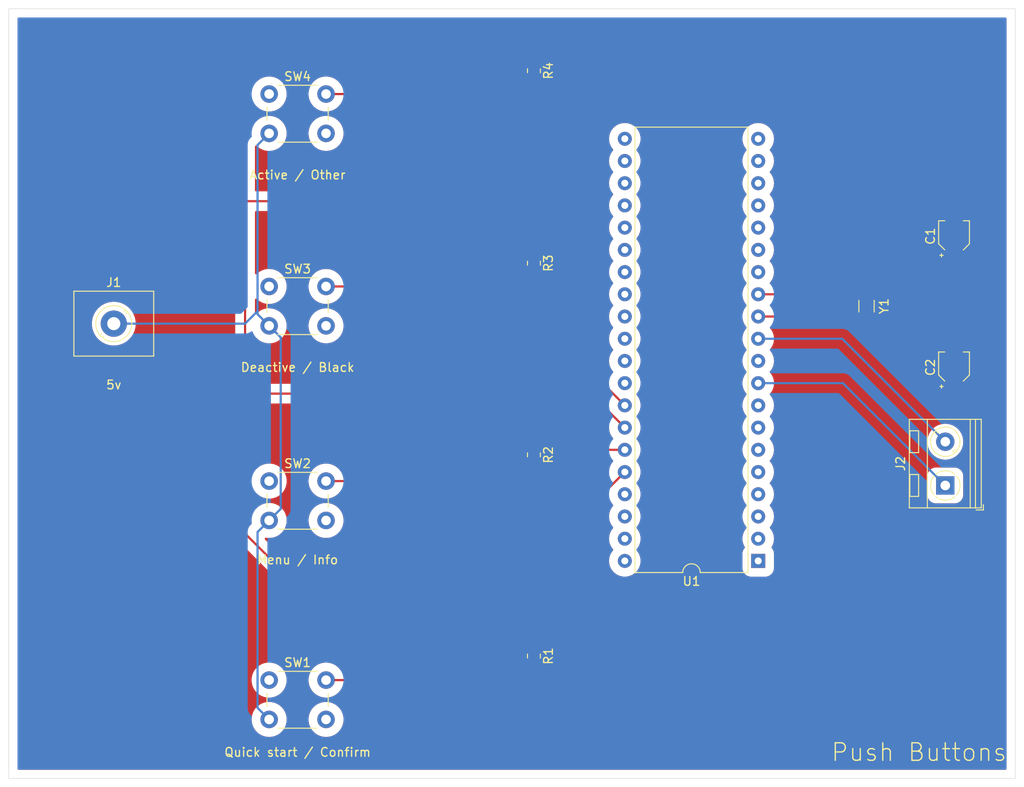
<source format=kicad_pcb>
(kicad_pcb (version 20211014) (generator pcbnew)
  (layers (0 "F.Cu" signal) (31 "B.Cu" signal) (34 "B.Paste" user) (35 "F.Paste" user) (36 "B.SilkS" user "B.Silkscreen") (37 "F.SilkS" user "F.Silkscreen") (38 "B.Mask" user) (39 "F.Mask" user) (44 "Edge.Cuts" user))
  (net 0 "")
  (net 1 "Net-(C1-Pad1)")
  (net 2 "GND")
  (net 3 "Net-(C2-Pad2)")
  (net 4 "Net-(J1-Pad1)")
  (net 5 "Net-(J2-Pad1)")
  (net 6 "Net-(J2-Pad2)")
  (net 7 "Net-(R1-Pad2)")
  (net 8 "Net-(R2-Pad2)")
  (net 9 "Net-(R3-Pad2)")
  (net 10 "Net-(R4-Pad2)")
  (footprint "Package_DIP:DIP-40_W15.24mm" (layer "F.Cu") (at 175.625 100.125 180)
    (fp_text reference "U1" (at 7.62 -2.33) (layer "F.SilkS"))
    (fp_text value "ATmega32-16P")
    (fp_line (start 14.08 -1.33) (end 8.62 -1.33) (layer "F.SilkS") (width 0.12))
    (fp_line (start 14.08 49.59) (end 14.08 -1.33) (layer "F.SilkS") (width 0.12))
    (fp_line (start 6.62 -1.33) (end 1.16 -1.33) (layer "F.SilkS") (width 0.12))
    (fp_line (start 1.16 49.59) (end 14.08 49.59) (layer "F.SilkS") (width 0.12))
    (fp_line (start 1.16 -1.33) (end 1.16 49.59) (layer "F.SilkS") (width 0.12))
    (fp_arc (start 8.62 -1.33) (mid 7.62 -0.33) (end 6.62 -1.33) (layer "F.SilkS") (width 0.12))
    (pad "1" thru_hole rect (at 0 0 180) (size 1.6 1.6) (drill 0.8) (layers *.Cu *.Mask))
    (pad "2" thru_hole oval (at 0 2.54 180) (size 1.6 1.6) (drill 0.8) (layers *.Cu *.Mask))
    (pad "3" thru_hole oval (at 0 5.08 180) (size 1.6 1.6) (drill 0.8) (layers *.Cu *.Mask))
    (pad "4" thru_hole oval (at 0 7.62 180) (size 1.6 1.6) (drill 0.8) (layers *.Cu *.Mask))
    (pad "5" thru_hole oval (at 0 10.16 180) (size 1.6 1.6) (drill 0.8) (layers *.Cu *.Mask))
    (pad "6" thru_hole oval (at 0 12.7 180) (size 1.6 1.6) (drill 0.8) (layers *.Cu *.Mask))
    (pad "7" thru_hole oval (at 0 15.24 180) (size 1.6 1.6) (drill 0.8) (layers *.Cu *.Mask))
    (pad "8" thru_hole oval (at 0 17.78 180) (size 1.6 1.6) (drill 0.8) (layers *.Cu *.Mask))
    (pad "9" thru_hole oval (at 0 20.32 180) (size 1.6 1.6) (drill 0.8) (layers *.Cu *.Mask) (net 5 "Net-(J2-Pad1)"))
    (pad "10" thru_hole oval (at 0 22.86 180) (size 1.6 1.6) (drill 0.8) (layers *.Cu *.Mask))
    (pad "11" thru_hole oval (at 0 25.4 180) (size 1.6 1.6) (drill 0.8) (layers *.Cu *.Mask) (net 6 "Net-(J2-Pad2)"))
    (pad "12" thru_hole oval (at 0 27.94 180) (size 1.6 1.6) (drill 0.8) (layers *.Cu *.Mask) (net 3 "Net-(C2-Pad2)"))
    (pad "13" thru_hole oval (at 0 30.48 180) (size 1.6 1.6) (drill 0.8) (layers *.Cu *.Mask) (net 1 "Net-(C1-Pad1)"))
    (pad "14" thru_hole oval (at 0 33.02 180) (size 1.6 1.6) (drill 0.8) (layers *.Cu *.Mask))
    (pad "15" thru_hole oval (at 0 35.56 180) (size 1.6 1.6) (drill 0.8) (layers *.Cu *.Mask))
    (pad "16" thru_hole oval (at 0 38.1 180) (size 1.6 1.6) (drill 0.8) (layers *.Cu *.Mask))
    (pad "17" thru_hole oval (at 0 40.64 180) (size 1.6 1.6) (drill 0.8) (layers *.Cu *.Mask))
    (pad "18" thru_hole oval (at 0 43.18 180) (size 1.6 1.6) (drill 0.8) (layers *.Cu *.Mask))
    (pad "19" thru_hole oval (at 0 45.72 180) (size 1.6 1.6) (drill 0.8) (layers *.Cu *.Mask))
    (pad "20" thru_hole oval (at 0 48.26 180) (size 1.6 1.6) (drill 0.8) (layers *.Cu *.Mask))
    (pad "21" thru_hole oval (at 15.24 48.26 180) (size 1.6 1.6) (drill 0.8) (layers *.Cu *.Mask))
    (pad "22" thru_hole oval (at 15.24 45.72 180) (size 1.6 1.6) (drill 0.8) (layers *.Cu *.Mask))
    (pad "23" thru_hole oval (at 15.24 43.18 180) (size 1.6 1.6) (drill 0.8) (layers *.Cu *.Mask))
    (pad "24" thru_hole oval (at 15.24 40.64 180) (size 1.6 1.6) (drill 0.8) (layers *.Cu *.Mask))
    (pad "25" thru_hole oval (at 15.24 38.1 180) (size 1.6 1.6) (drill 0.8) (layers *.Cu *.Mask))
    (pad "26" thru_hole oval (at 15.24 35.56 180) (size 1.6 1.6) (drill 0.8) (layers *.Cu *.Mask))
    (pad "27" thru_hole oval (at 15.24 33.02 180) (size 1.6 1.6) (drill 0.8) (layers *.Cu *.Mask))
    (pad "28" thru_hole oval (at 15.24 30.48 180) (size 1.6 1.6) (drill 0.8) (layers *.Cu *.Mask))
    (pad "29" thru_hole oval (at 15.24 27.94 180) (size 1.6 1.6) (drill 0.8) (layers *.Cu *.Mask))
    (pad "30" thru_hole oval (at 15.24 25.4 180) (size 1.6 1.6) (drill 0.8) (layers *.Cu *.Mask))
    (pad "31" thru_hole oval (at 15.24 22.86 180) (size 1.6 1.6) (drill 0.8) (layers *.Cu *.Mask) (net 6 "Net-(J2-Pad2)"))
    (pad "32" thru_hole oval (at 15.24 20.32 180) (size 1.6 1.6) (drill 0.8) (layers *.Cu *.Mask))
    (pad "33" thru_hole oval (at 15.24 17.78 180) (size 1.6 1.6) (drill 0.8) (layers *.Cu *.Mask) (net 10 "Net-(R4-Pad2)"))
    (pad "34" thru_hole oval (at 15.24 15.24 180) (size 1.6 1.6) (drill 0.8) (layers *.Cu *.Mask) (net 9 "Net-(R3-Pad2)"))
    (pad "35" thru_hole oval (at 15.24 12.7 180) (size 1.6 1.6) (drill 0.8) (layers *.Cu *.Mask) (net 8 "Net-(R2-Pad2)"))
    (pad "36" thru_hole oval (at 15.24 10.16 180) (size 1.6 1.6) (drill 0.8) (layers *.Cu *.Mask) (net 7 "Net-(R1-Pad2)"))
    (pad "37" thru_hole oval (at 15.24 7.62 180) (size 1.6 1.6) (drill 0.8) (layers *.Cu *.Mask))
    (pad "38" thru_hole oval (at 15.24 5.08 180) (size 1.6 1.6) (drill 0.8) (layers *.Cu *.Mask))
    (pad "39" thru_hole oval (at 15.24 2.54 180) (size 1.6 1.6) (drill 0.8) (layers *.Cu *.Mask))
    (pad "40" thru_hole oval (at 15.24 0 180) (size 1.6 1.6) (drill 0.8) (layers *.Cu *.Mask))
  )
  (footprint "Resistor_SMD:R_0805_2012Metric" (layer "F.Cu") (at 150 88 -90)
    (fp_text reference "R2" (at 0 -1.65 90) (layer "F.SilkS"))
    (fp_text value "R_10K")
    (fp_line (start -0.227064 -0.735) (end 0.227064 -0.735) (layer "F.SilkS") (width 0.12))
    (fp_line (start -0.227064 0.735) (end 0.227064 0.735) (layer "F.SilkS") (width 0.12))
    (pad "1" smd roundrect (at -0.9125 0 270) (size 1.025 1.4) (layers "F.Cu" "F.Paste" "F.Mask") (roundrect_rratio 0.243902) (net 2 "GND"))
    (pad "2" smd roundrect (at 0.9125 0 270) (size 1.025 1.4) (layers "F.Cu" "F.Paste" "F.Mask") (roundrect_rratio 0.243902) (net 8 "Net-(R2-Pad2)"))
  )
  (footprint "TerminalBlock_MetzConnect:TerminalBlock_MetzConnect_360271_1x01_Horizontal_ScrewM3.0_Boxed" (layer "F.Cu") (at 102 73)
    (fp_text reference "J1" (at 0 -4.71) (layer "F.SilkS"))
    (fp_text value "Screw_Terminal_01x01")
    (fp_line (start -1.376 1.124) (end -1.563 1.311) (layer "F.SilkS") (width 0.12))
    (fp_line (start -1.168 1.419) (end -1.312 1.563) (layer "F.SilkS") (width 0.12))
    (fp_line (start 1.563 -1.311) (end 1.376 -1.125) (layer "F.SilkS") (width 0.12))
    (fp_line (start -4.56 3.71) (end 4.56 3.71) (layer "F.SilkS") (width 0.12))
    (fp_line (start -4.56 -3.71) (end 4.56 -3.71) (layer "F.SilkS") (width 0.12))
    (fp_line (start 4.56 -3.71) (end 4.56 3.71) (layer "F.SilkS") (width 0.12))
    (fp_line (start 1.312 -1.563) (end 1.168 -1.419) (layer "F.SilkS") (width 0.12))
    (fp_line (start -4.56 -3.71) (end -4.56 3.71) (layer "F.SilkS") (width 0.12))
    (fp_circle (center 0 0) (end 2.06 0) (layer "F.SilkS") (width 0.12) (fill none))
    (pad "1" thru_hole circle (at 0 0) (size 3 3) (drill 1.5) (layers *.Cu *.Mask) (net 4 "Net-(J1-Pad1)"))
  )
  (footprint "Resistor_SMD:R_0805_2012Metric" (layer "F.Cu") (at 150 111 -90)
    (fp_text reference "R1" (at 0 -1.65 90) (layer "F.SilkS"))
    (fp_text value "R_10K")
    (fp_line (start -0.227064 0.735) (end 0.227064 0.735) (layer "F.SilkS") (width 0.12))
    (fp_line (start -0.227064 -0.735) (end 0.227064 -0.735) (layer "F.SilkS") (width 0.12))
    (pad "1" smd roundrect (at -0.9125 0 270) (size 1.025 1.4) (layers "F.Cu" "F.Paste" "F.Mask") (roundrect_rratio 0.243902) (net 2 "GND"))
    (pad "2" smd roundrect (at 0.9125 0 270) (size 1.025 1.4) (layers "F.Cu" "F.Paste" "F.Mask") (roundrect_rratio 0.243902) (net 7 "Net-(R1-Pad2)"))
  )
  (footprint "Crystal:Crystal_SMD_3215-2Pin_3.2x1.5mm" (layer "F.Cu") (at 188 71 -90)
    (fp_text reference "Y1" (at 0 -2 90) (layer "F.SilkS"))
    (fp_text value "Crystal")
    (fp_line (start -0.675 0.875) (end 0.675 0.875) (layer "F.SilkS") (width 0.12))
    (fp_line (start -0.675 -0.875) (end 0.675 -0.875) (layer "F.SilkS") (width 0.12))
    (pad "1" smd rect (at 1.25 0 270) (size 1 1.8) (layers "F.Cu" "F.Paste" "F.Mask") (net 3 "Net-(C2-Pad2)"))
    (pad "2" smd rect (at -1.25 0 270) (size 1 1.8) (layers "F.Cu" "F.Paste" "F.Mask") (net 1 "Net-(C1-Pad1)"))
  )
  (footprint "Button_Switch_THT:SW_PUSH_6mm" (layer "F.Cu") (at 119.75 46.75)
    (fp_text reference "SW4" (at 3.25 -2) (layer "F.SilkS"))
    (fp_text value "SW_Push")
    (fp_line (start -0.25 1.5) (end -0.25 3) (layer "F.SilkS") (width 0.12))
    (fp_line (start 5.5 -1) (end 1 -1) (layer "F.SilkS") (width 0.12))
    (fp_line (start 1 5.5) (end 5.5 5.5) (layer "F.SilkS") (width 0.12))
    (fp_line (start 6.75 3) (end 6.75 1.5) (layer "F.SilkS") (width 0.12))
    (pad "1" thru_hole circle (at 6.5 0 90) (size 2 2) (drill 1.1) (layers *.Cu *.Mask) (net 10 "Net-(R4-Pad2)"))
    (pad "1" thru_hole circle (at 0 0 90) (size 2 2) (drill 1.1) (layers *.Cu *.Mask) (net 10 "Net-(R4-Pad2)"))
    (pad "2" thru_hole circle (at 0 4.5 90) (size 2 2) (drill 1.1) (layers *.Cu *.Mask) (net 4 "Net-(J1-Pad1)"))
    (pad "2" thru_hole circle (at 6.5 4.5 90) (size 2 2) (drill 1.1) (layers *.Cu *.Mask) (net 4 "Net-(J1-Pad1)"))
  )
  (footprint "Button_Switch_THT:SW_PUSH_6mm" (layer "F.Cu") (at 119.75 91)
    (fp_text reference "SW2" (at 3.25 -2) (layer "F.SilkS"))
    (fp_text value "SW_Push")
    (fp_line (start 1 5.5) (end 5.5 5.5) (layer "F.SilkS") (width 0.12))
    (fp_line (start 6.75 3) (end 6.75 1.5) (layer "F.SilkS") (width 0.12))
    (fp_line (start -0.25 1.5) (end -0.25 3) (layer "F.SilkS") (width 0.12))
    (fp_line (start 5.5 -1) (end 1 -1) (layer "F.SilkS") (width 0.12))
    (pad "1" thru_hole circle (at 6.5 0 90) (size 2 2) (drill 1.1) (layers *.Cu *.Mask) (net 8 "Net-(R2-Pad2)"))
    (pad "1" thru_hole circle (at 0 0 90) (size 2 2) (drill 1.1) (layers *.Cu *.Mask) (net 8 "Net-(R2-Pad2)"))
    (pad "2" thru_hole circle (at 0 4.5 90) (size 2 2) (drill 1.1) (layers *.Cu *.Mask) (net 4 "Net-(J1-Pad1)"))
    (pad "2" thru_hole circle (at 6.5 4.5 90) (size 2 2) (drill 1.1) (layers *.Cu *.Mask) (net 4 "Net-(J1-Pad1)"))
  )
  (footprint "Button_Switch_THT:SW_PUSH_6mm" (layer "F.Cu") (at 119.75 68.75)
    (fp_text reference "SW3" (at 3.25 -2) (layer "F.SilkS"))
    (fp_text value "SW_Push")
    (fp_line (start 1 5.5) (end 5.5 5.5) (layer "F.SilkS") (width 0.12))
    (fp_line (start 6.75 3) (end 6.75 1.5) (layer "F.SilkS") (width 0.12))
    (fp_line (start 5.5 -1) (end 1 -1) (layer "F.SilkS") (width 0.12))
    (fp_line (start -0.25 1.5) (end -0.25 3) (layer "F.SilkS") (width 0.12))
    (pad "1" thru_hole circle (at 0 0 90) (size 2 2) (drill 1.1) (layers *.Cu *.Mask) (net 9 "Net-(R3-Pad2)"))
    (pad "1" thru_hole circle (at 6.5 0 90) (size 2 2) (drill 1.1) (layers *.Cu *.Mask) (net 9 "Net-(R3-Pad2)"))
    (pad "2" thru_hole circle (at 6.5 4.5 90) (size 2 2) (drill 1.1) (layers *.Cu *.Mask) (net 4 "Net-(J1-Pad1)"))
    (pad "2" thru_hole circle (at 0 4.5 90) (size 2 2) (drill 1.1) (layers *.Cu *.Mask) (net 4 "Net-(J1-Pad1)"))
  )
  (footprint "Resistor_SMD:R_0805_2012Metric" (layer "F.Cu") (at 150 44.0875 -90)
    (fp_text reference "R4" (at 0 -1.65 90) (layer "F.SilkS"))
    (fp_text value "R_10K")
    (fp_line (start -0.227064 -0.735) (end 0.227064 -0.735) (layer "F.SilkS") (width 0.12))
    (fp_line (start -0.227064 0.735) (end 0.227064 0.735) (layer "F.SilkS") (width 0.12))
    (pad "1" smd roundrect (at -0.9125 0 270) (size 1.025 1.4) (layers "F.Cu" "F.Paste" "F.Mask") (roundrect_rratio 0.243902) (net 2 "GND"))
    (pad "2" smd roundrect (at 0.9125 0 270) (size 1.025 1.4) (layers "F.Cu" "F.Paste" "F.Mask") (roundrect_rratio 0.243902) (net 10 "Net-(R4-Pad2)"))
  )
  (footprint "TerminalBlock_RND:TerminalBlock_RND_205-00045_1x02_P5.00mm_Horizontal" (layer "F.Cu") (at 197 91.5 90)
    (fp_text reference "J2" (at 2.5 -5.11 90) (layer "F.SilkS"))
    (fp_text value "POWER")
    (fp_line (start -2.8 3.51) (end -2.8 4.35) (layer "F.SilkS") (width 0.12))
    (fp_line (start 6.07 -1.275) (end 5.859 -1.064) (layer "F.SilkS") (width 0.12))
    (fp_line (start -2.8 4.35) (end -2.2 4.35) (layer "F.SilkS") (width 0.12))
    (fp_line (start -2.56 -4.11) (end -2.56 4.11) (layer "F.SilkS") (width 0.12))
    (fp_line (start -1.25 -3.05) (end 1.25 -3.05) (layer "F.SilkS") (width 0.12))
    (fp_line (start -1.25 -4.05) (end -1.25 -3.05) (layer "F.SilkS") (width 0.12))
    (fp_line (start -2.56 3.45) (end 7.56 3.45) (layer "F.SilkS") (width 0.12))
    (fp_line (start -2.56 -4.11) (end 7.56 -4.11) (layer "F.SilkS") (width 0.12))
    (fp_line (start -2.56 2.85) (end 7.56 2.85) (layer "F.SilkS") (width 0.12))
    (fp_line (start 1.25 -4.05) (end 1.25 -3.05) (layer "F.SilkS") (width 0.12))
    (fp_line (start -2.56 4.11) (end 7.56 4.11) (layer "F.SilkS") (width 0.12))
    (fp_line (start 6.275 -1.069) (end 6.029 -0.823) (layer "F.SilkS") (width 0.12))
    (fp_line (start -1.25 -4.05) (end 1.25 -4.05) (layer "F.SilkS") (width 0.12))
    (fp_line (start 3.75 -4.05) (end 3.75 -3.05) (layer "F.SilkS") (width 0.12))
    (fp_line (start 3.972 0.823) (end 3.726 1.069) (layer "F.SilkS") (width 0.12))
    (fp_line (start 4.13 1.075) (end 3.931 1.274) (layer "F.SilkS") (width 0.12))
    (fp_line (start 6.25 -4.05) (end 6.25 -3.05) (layer "F.SilkS") (width 0.12))
    (fp_line (start 3.75 -3.05) (end 6.25 -3.05) (layer "F.SilkS") (width 0.12))
    (fp_line (start -2.56 -2.05) (end 7.56 -2.05) (layer "F.SilkS") (width 0.12))
    (fp_line (start 3.75 -4.05) (end 6.25 -4.05) (layer "F.SilkS") (width 0.12))
    (fp_line (start 7.56 -4.11) (end 7.56 4.11) (layer "F.SilkS") (width 0.12))
    (fp_arc (start -1.079908 -1.287078) (mid 0.00006 -1.68011) (end 1.08 -1.287) (layer "F.SilkS") (width 0.12))
    (fp_arc (start 1.287078 -1.079908) (mid 1.68011 0.00006) (end 1.287 1.08) (layer "F.SilkS") (width 0.12))
    (fp_arc (start -1.288062 1.079734) (mid -1.680752 -0.000826) (end -1.287 -1.081) (layer "F.SilkS") (width 0.12))
    (fp_arc (start 0.028507 1.680511) (mid -0.561826 1.584071) (end -1.081 1.287) (layer "F.SilkS") (width 0.12))
    (fp_arc (start 1.079883 1.286955) (mid 0.574594 1.578684) (end 0 1.68) (layer "F.SilkS") (width 0.12))
    (fp_circle (center 5 0) (end 6.68 0) (layer "F.SilkS") (width 0.12) (fill none))
    (pad "1" thru_hole rect (at 0 0 90) (size 2.1 2.1) (drill 1.1) (layers *.Cu *.Mask) (net 5 "Net-(J2-Pad1)"))
    (pad "2" thru_hole circle (at 5 0 90) (size 2.1 2.1) (drill 1.1) (layers *.Cu *.Mask) (net 6 "Net-(J2-Pad2)"))
  )
  (footprint "Capacitor_SMD:CP_Elec_3x5.3" (layer "F.Cu") (at 198 78 90)
    (fp_text reference "C2" (at 0 -2.7 90) (layer "F.SilkS"))
    (fp_text value "22UP")
    (fp_line (start 1.76 -1.76) (end 1.76 -1.06) (layer "F.SilkS") (width 0.12))
    (fp_line (start -1.570563 -1.06) (end -0.870563 -1.76) (layer "F.SilkS") (width 0.12))
    (fp_line (start 1.76 1.76) (end 1.76 1.06) (layer "F.SilkS") (width 0.12))
    (fp_line (start -0.870563 -1.76) (end 1.76 -1.76) (layer "F.SilkS") (width 0.12))
    (fp_line (start -2.375 -1.435) (end -2 -1.435) (layer "F.SilkS") (width 0.12))
    (fp_line (start -2.1875 -1.6225) (end -2.1875 -1.2475) (layer "F.SilkS") (width 0.12))
    (fp_line (start -0.870563 1.76) (end 1.76 1.76) (layer "F.SilkS") (width 0.12))
    (fp_line (start -1.570563 1.06) (end -0.870563 1.76) (layer "F.SilkS") (width 0.12))
    (pad "1" smd rect (at -1.5 0 90) (size 2.2 1.6) (layers "F.Cu" "F.Paste" "F.Mask") (net 2 "GND"))
    (pad "2" smd rect (at 1.5 0 90) (size 2.2 1.6) (layers "F.Cu" "F.Paste" "F.Mask") (net 3 "Net-(C2-Pad2)"))
  )
  (footprint "Button_Switch_THT:SW_PUSH_6mm" (layer "F.Cu") (at 119.75 113.75)
    (fp_text reference "SW1" (at 3.25 -2) (layer "F.SilkS"))
    (fp_text value "SW_Push")
    (fp_line (start 1 5.5) (end 5.5 5.5) (layer "F.SilkS") (width 0.12))
    (fp_line (start 6.75 3) (end 6.75 1.5) (layer "F.SilkS") (width 0.12))
    (fp_line (start -0.25 1.5) (end -0.25 3) (layer "F.SilkS") (width 0.12))
    (fp_line (start 5.5 -1) (end 1 -1) (layer "F.SilkS") (width 0.12))
    (pad "1" thru_hole circle (at 6.5 0 90) (size 2 2) (drill 1.1) (layers *.Cu *.Mask) (net 7 "Net-(R1-Pad2)"))
    (pad "1" thru_hole circle (at 0 0 90) (size 2 2) (drill 1.1) (layers *.Cu *.Mask) (net 7 "Net-(R1-Pad2)"))
    (pad "2" thru_hole circle (at 6.5 4.5 90) (size 2 2) (drill 1.1) (layers *.Cu *.Mask) (net 4 "Net-(J1-Pad1)"))
    (pad "2" thru_hole circle (at 0 4.5 90) (size 2 2) (drill 1.1) (layers *.Cu *.Mask) (net 4 "Net-(J1-Pad1)"))
  )
  (footprint "Capacitor_SMD:CP_Elec_3x5.3" (layer "F.Cu") (at 198 63 90)
    (fp_text reference "C1" (at 0 -2.7 90) (layer "F.SilkS"))
    (fp_text value "22UP")
    (fp_line (start -1.570563 1.06) (end -0.870563 1.76) (layer "F.SilkS") (width 0.12))
    (fp_line (start -0.870563 1.76) (end 1.76 1.76) (layer "F.SilkS") (width 0.12))
    (fp_line (start -0.870563 -1.76) (end 1.76 -1.76) (layer "F.SilkS") (width 0.12))
    (fp_line (start -2.1875 -1.6225) (end -2.1875 -1.2475) (layer "F.SilkS") (width 0.12))
    (fp_line (start -2.375 -1.435) (end -2 -1.435) (layer "F.SilkS") (width 0.12))
    (fp_line (start 1.76 -1.76) (end 1.76 -1.06) (layer "F.SilkS") (width 0.12))
    (fp_line (start 1.76 1.76) (end 1.76 1.06) (layer "F.SilkS") (width 0.12))
    (fp_line (start -1.570563 -1.06) (end -0.870563 -1.76) (layer "F.SilkS") (width 0.12))
    (pad "1" smd rect (at -1.5 0 90) (size 2.2 1.6) (layers "F.Cu" "F.Paste" "F.Mask") (net 1 "Net-(C1-Pad1)"))
    (pad "2" smd rect (at 1.5 0 90) (size 2.2 1.6) (layers "F.Cu" "F.Paste" "F.Mask") (net 2 "GND"))
  )
  (footprint "Resistor_SMD:R_0805_2012Metric" (layer "F.Cu") (at 150 66.0875 -90)
    (fp_text reference "R3" (at 0 -1.65 90) (layer "F.SilkS"))
    (fp_text value "R_10K")
    (fp_line (start -0.227064 0.735) (end 0.227064 0.735) (layer "F.SilkS") (width 0.12))
    (fp_line (start -0.227064 -0.735) (end 0.227064 -0.735) (layer "F.SilkS") (width 0.12))
    (pad "1" smd roundrect (at -0.9125 0 270) (size 1.025 1.4) (layers "F.Cu" "F.Paste" "F.Mask") (roundrect_rratio 0.243902) (net 2 "GND"))
    (pad "2" smd roundrect (at 0.9125 0 270) (size 1.025 1.4) (layers "F.Cu" "F.Paste" "F.Mask") (roundrect_rratio 0.243902) (net 9 "Net-(R3-Pad2)"))
  )
  (gr_rect (start 90 37) (end 205 125) (layer "Edge.Cuts") (width 0.05) (fill none))
  (gr_text "Quick start / Confirm" (at 123 122) (layer "F.SilkS") (effects (font (size 1 1))))
  (gr_text "Active / Other" (at 123 56) (layer "F.SilkS") (effects (font (size 1 1))))
  (gr_text "Menu / Info" (at 123 100) (layer "F.SilkS") (effects (font (size 1 1))))
  (gr_text "Push Buttons" (at 194 122) (layer "F.SilkS") (effects (font (size 2 2))))
  (gr_text "5v" (at 102 80) (layer "F.SilkS") (effects (font (size 1 1))))
  (gr_text "Deactive / Black" (at 123 78) (layer "F.SilkS") (effects (font (size 1 1))))
  (segment (start 193.25 64.5) (end 188 69.75) (width 0.25) (layer "F.Cu") (net 1))
  (segment (start 175.625 69.645) (end 187.895 69.645) (width 0.25) (layer "F.Cu") (net 1))
  (segment (start 187.895 69.645) (end 188 69.75) (width 0.25) (layer "F.Cu") (net 1))
  (segment (start 198 64.5) (end 193.25 64.5) (width 0.25) (layer "F.Cu") (net 1))
  (segment (start 130.0875 110.0875) (end 117 97) (width 0.25) (layer "F.Cu") (net 2))
  (segment (start 143.524993 59) (end 117 59) (width 0.25) (layer "F.Cu") (net 2))
  (segment (start 198 79.5) (end 199.124511 78.375489) (width 0.25) (layer "F.Cu") (net 2))
  (segment (start 143.9125 81) (end 117 81) (width 0.25) (layer "F.Cu") (net 2))
  (segment (start 148.825 42) (end 150 43.175) (width 0.25) (layer "F.Cu") (net 2))
  (segment (start 117 97) (end 117 81) (width 0.25) (layer "F.Cu") (net 2))
  (segment (start 119 42) (end 148.825 42) (width 0.25) (layer "F.Cu") (net 2))
  (segment (start 150 87.0875) (end 143.9125 81) (width 0.25) (layer "F.Cu") (net 2))
  (segment (start 199.124511 62.624511) (end 198 61.5) (width 0.25) (layer "F.Cu") (net 2))
  (segment (start 199.124511 78.375489) (end 199.124511 62.624511) (width 0.25) (layer "F.Cu") (net 2))
  (segment (start 151.02452 66.499527) (end 143.524993 59) (width 0.25) (layer "F.Cu") (net 2))
  (segment (start 150 110.0875) (end 130.0875 110.0875) (width 0.25) (layer "F.Cu") (net 2))
  (segment (start 117 59) (end 117 44) (width 0.25) (layer "F.Cu") (net 2))
  (segment (start 150 65.175) (end 151.02452 66.19952) (width 0.25) (layer "F.Cu") (net 2))
  (segment (start 179.675 43.175) (end 150 43.175) (width 0.25) (layer "F.Cu") (net 2))
  (segment (start 198 61.5) (end 179.675 43.175) (width 0.25) (layer "F.Cu") (net 2))
  (segment (start 117 44) (end 119 42) (width 0.25) (layer "F.Cu") (net 2))
  (segment (start 117 81) (end 117 59) (width 0.25) (layer "F.Cu") (net 2))
  (segment (start 151.02452 66.19952) (end 151.02452 66.499527) (width 0.25) (layer "F.Cu") (net 2))
  (segment (start 187.935 72.185) (end 188 72.25) (width 0.25) (layer "F.Cu") (net 3))
  (segment (start 198 76.5) (end 192.25 76.5) (width 0.25) (layer "F.Cu") (net 3))
  (segment (start 175.625 72.185) (end 187.935 72.185) (width 0.25) (layer "F.Cu") (net 3))
  (segment (start 192.25 76.5) (end 188 72.25) (width 0.25) (layer "F.Cu") (net 3))
  (segment (start 118.425489 116.925489) (end 118.425489 96.824511) (width 0.25) (layer "B.Cu") (net 4))
  (segment (start 118.425489 71.925489) (end 119.75 73.25) (width 0.25) (layer "B.Cu") (net 4))
  (segment (start 118.425489 96.824511) (end 119.75 95.5) (width 0.25) (layer "B.Cu") (net 4))
  (segment (start 117 73) (end 118.425489 71.574511) (width 0.25) (layer "B.Cu") (net 4))
  (segment (start 102 73) (end 117 73) (width 0.25) (layer "B.Cu") (net 4))
  (segment (start 119.75 51.25) (end 118.425489 52.574511) (width 0.25) (layer "B.Cu") (net 4))
  (segment (start 118.425489 71.574511) (end 118.425489 71.925489) (width 0.25) (layer "B.Cu") (net 4))
  (segment (start 118.425489 52.574511) (end 118.425489 71.574511) (width 0.25) (layer "B.Cu") (net 4))
  (segment (start 121.074511 74.574511) (end 121.074511 94.175489) (width 0.25) (layer "B.Cu") (net 4))
  (segment (start 119.75 73.25) (end 121.074511 74.574511) (width 0.25) (layer "B.Cu") (net 4))
  (segment (start 119.75 118.25) (end 118.425489 116.925489) (width 0.25) (layer "B.Cu") (net 4))
  (segment (start 121.074511 94.175489) (end 119.75 95.5) (width 0.25) (layer "B.Cu") (net 4))
  (segment (start 175.625 79.805) (end 185.305 79.805) (width 0.25) (layer "B.Cu") (net 5))
  (segment (start 185.305 79.805) (end 197 91.5) (width 0.25) (layer "B.Cu") (net 5))
  (segment (start 185.225 74.725) (end 175.625 74.725) (width 0.25) (layer "B.Cu") (net 6))
  (segment (start 197 86.5) (end 185.225 74.725) (width 0.25) (layer "B.Cu") (net 6))
  (segment (start 151.0875 111.9125) (end 150 111.9125) (width 0.25) (layer "F.Cu") (net 7))
  (segment (start 160.385 89.965) (end 154 96.35) (width 0.25) (layer "F.Cu") (net 7))
  (segment (start 154 96.35) (end 154 109) (width 0.25) (layer "F.Cu") (net 7))
  (segment (start 154 109) (end 151.0875 111.9125) (width 0.25) (layer "F.Cu") (net 7))
  (segment (start 126.25 113.75) (end 148.1625 113.75) (width 0.25) (layer "F.Cu") (net 7))
  (segment (start 148.1625 113.75) (end 150 111.9125) (width 0.25) (layer "F.Cu") (net 7))
  (segment (start 126.25 91) (end 147.9125 91) (width 0.25) (layer "F.Cu") (net 8))
  (segment (start 151.4875 87.425) (end 150 88.9125) (width 0.25) (layer "F.Cu") (net 8))
  (segment (start 160.385 87.425) (end 151.4875 87.425) (width 0.25) (layer "F.Cu") (net 8))
  (segment (start 147.9125 91) (end 150 88.9125) (width 0.25) (layer "F.Cu") (net 8))
  (segment (start 148.25 68.75) (end 150 67) (width 0.25) (layer "F.Cu") (net 9))
  (segment (start 160.385 84.885) (end 150 74.5) (width 0.25) (layer "F.Cu") (net 9))
  (segment (start 150 74.5) (end 150 67) (width 0.25) (layer "F.Cu") (net 9))
  (segment (start 126.25 68.75) (end 148.25 68.75) (width 0.25) (layer "F.Cu") (net 9))
  (segment (start 126.25 46.75) (end 148.25 46.75) (width 0.25) (layer "F.Cu") (net 10))
  (segment (start 155 50) (end 150 45) (width 0.25) (layer "F.Cu") (net 10))
  (segment (start 160.385 82.345) (end 155 76.96) (width 0.25) (layer "F.Cu") (net 10))
  (segment (start 155 76.96) (end 155 50) (width 0.25) (layer "F.Cu") (net 10))
  (segment (start 148.25 46.75) (end 150 45) (width 0.25) (layer "F.Cu") (net 10))
  (zone (net 0) (net_name "") (layers F&B.Cu) (connect_pads (clearance 1)) (min_thickness 0.254) (fill yes (thermal_gap 0.508) (thermal_bridge_width 0.508))
    (polygon (pts (xy 206 126) (xy 89 126) (xy 89 36) (xy 206 36)))
  )
)
</source>
